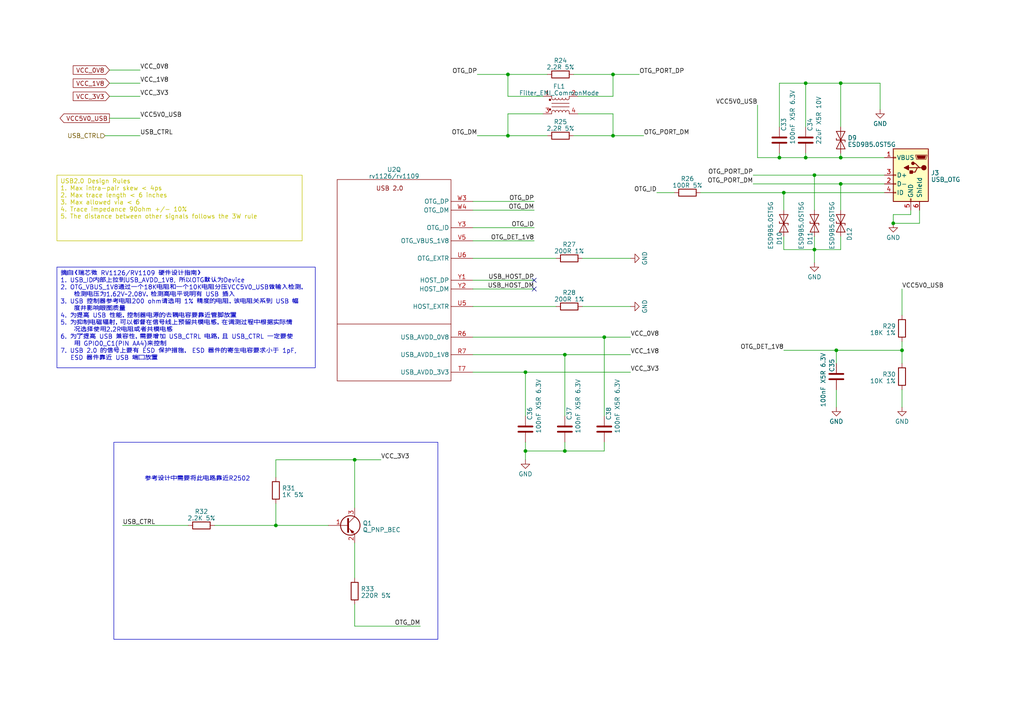
<source format=kicad_sch>
(kicad_sch (version 20230121) (generator eeschema)
  (paper "A4")
  (title_block (title "Leaf RV1126 RK809 USB OTG") (date "2023-02-25") (rev "1") (company "Qingdao IotPi Information Technology"))
  (junction (at 243.84 24.13))
  (junction (at 177.8 39.37))
  (junction (at 227.33 55.88))
  (junction (at 243.84 53.34))
  (junction (at 102.87 133.35))
  (junction (at 80.01 152.4))
  (junction (at 147.32 21.59))
  (junction (at 242.57 101.6))
  (junction (at 236.22 72.39))
  (junction (at 152.4 130.81))
  (junction (at 163.83 130.81))
  (junction (at 177.8 21.59))
  (junction (at 175.26 97.79))
  (junction (at 261.62 101.6))
  (junction (at 152.4 107.95))
  (junction (at 259.08 64.77))
  (junction (at 163.83 102.87))
  (junction (at 233.68 24.13))
  (junction (at 147.32 39.37))
  (junction (at 226.06 45.72))
  (junction (at 243.84 45.72))
  (junction (at 233.68 45.72))
  (junction (at 236.22 50.8))
  (no_connect (at 154.94 81.28))
  (no_connect (at 154.94 83.82))
  (wire (pts (xy 137.16 60.96) (xy 154.94 60.96)))
  (wire (pts (xy 137.16 107.95) (xy 152.4 107.95)))
  (wire (pts (xy 219.71 30.48) (xy 219.71 45.72)))
  (wire (pts (xy 163.83 130.81) (xy 163.83 128.27)))
  (wire (pts (xy 175.26 97.79) (xy 182.88 97.79)))
  (wire (pts (xy 242.57 113.03) (xy 242.57 118.11)))
  (wire (pts (xy 137.16 69.85) (xy 154.94 69.85)))
  (wire (pts (xy 152.4 130.81) (xy 152.4 133.35)))
  (wire (pts (xy 243.84 72.39) (xy 243.84 68.58)))
  (wire (pts (xy 163.83 102.87) (xy 163.83 120.65)))
  (wire (pts (xy 177.8 21.59) (xy 185.42 21.59)))
  (wire (pts (xy 102.87 133.35) (xy 80.01 133.35)))
  (wire (pts (xy 157.48 33.02) (xy 147.32 33.02)))
  (wire (pts (xy 147.32 21.59) (xy 158.75 21.59)))
  (wire (pts (xy 152.4 107.95) (xy 182.88 107.95)))
  (wire (pts (xy 138.43 21.59) (xy 147.32 21.59)))
  (wire (pts (xy 243.84 45.72) (xy 233.68 45.72)))
  (wire (pts (xy 147.32 27.94) (xy 147.32 21.59)))
  (wire (pts (xy 261.62 101.6) (xy 242.57 101.6)))
  (wire (pts (xy 137.16 83.82) (xy 154.94 83.82)))
  (wire (pts (xy 137.16 88.9) (xy 161.29 88.9)))
  (wire (pts (xy 102.87 157.48) (xy 102.87 167.64)))
  (wire (pts (xy 261.62 99.06) (xy 261.62 101.6)))
  (wire (pts (xy 203.2 55.88) (xy 227.33 55.88)))
  (wire (pts (xy 137.16 97.79) (xy 175.26 97.79)))
  (wire (pts (xy 167.64 27.94) (xy 177.8 27.94)))
  (wire (pts (xy 261.62 113.03) (xy 261.62 118.11)))
  (wire (pts (xy 152.4 128.27) (xy 152.4 130.81)))
  (wire (pts (xy 264.16 62.23) (xy 259.08 62.23)))
  (wire (pts (xy 242.57 101.6) (xy 242.57 105.41)))
  (wire (pts (xy 218.44 50.8) (xy 236.22 50.8)))
  (wire (pts (xy 80.01 146.05) (xy 80.01 152.4)))
  (wire (pts (xy 236.22 50.8) (xy 256.54 50.8)))
  (wire (pts (xy 266.7 60.96) (xy 266.7 64.77)))
  (wire (pts (xy 233.68 24.13) (xy 233.68 36.83)))
  (wire (pts (xy 243.84 53.34) (xy 256.54 53.34)))
  (wire (pts (xy 175.26 130.81) (xy 175.26 128.27)))
  (wire (pts (xy 261.62 101.6) (xy 261.62 105.41)))
  (wire (pts (xy 163.83 130.81) (xy 175.26 130.81)))
  (wire (pts (xy 102.87 175.26) (xy 102.87 181.61)))
  (wire (pts (xy 177.8 39.37) (xy 186.69 39.37)))
  (wire (pts (xy 31.75 34.29) (xy 40.64 34.29)))
  (wire (pts (xy 236.22 50.8) (xy 236.22 60.96)))
  (wire (pts (xy 152.4 107.95) (xy 152.4 120.65)))
  (wire (pts (xy 227.33 55.88) (xy 256.54 55.88)))
  (wire (pts (xy 233.68 45.72) (xy 233.68 44.45)))
  (wire (pts (xy 177.8 33.02) (xy 177.8 39.37)))
  (wire (pts (xy 167.64 33.02) (xy 177.8 33.02)))
  (wire (pts (xy 163.83 102.87) (xy 182.88 102.87)))
  (wire (pts (xy 243.84 53.34) (xy 243.84 60.96)))
  (wire (pts (xy 168.91 88.9) (xy 182.88 88.9)))
  (wire (pts (xy 255.27 24.13) (xy 255.27 31.75)))
  (wire (pts (xy 31.75 20.32) (xy 40.64 20.32)))
  (wire (pts (xy 243.84 45.72) (xy 243.84 44.45)))
  (wire (pts (xy 147.32 39.37) (xy 158.75 39.37)))
  (wire (pts (xy 175.26 97.79) (xy 175.26 120.65)))
  (wire (pts (xy 226.06 45.72) (xy 226.06 44.45)))
  (wire (pts (xy 166.37 21.59) (xy 177.8 21.59)))
  (wire (pts (xy 264.16 62.23) (xy 264.16 60.96)))
  (wire (pts (xy 259.08 62.23) (xy 259.08 64.77)))
  (wire (pts (xy 157.48 27.94) (xy 147.32 27.94)))
  (wire (pts (xy 152.4 130.81) (xy 163.83 130.81)))
  (wire (pts (xy 137.16 66.04) (xy 154.94 66.04)))
  (wire (pts (xy 227.33 68.58) (xy 227.33 72.39)))
  (wire (pts (xy 242.57 101.6) (xy 227.33 101.6)))
  (wire (pts (xy 80.01 133.35) (xy 80.01 138.43)))
  (wire (pts (xy 80.01 152.4) (xy 95.25 152.4)))
  (wire (pts (xy 177.8 27.94) (xy 177.8 21.59)))
  (wire (pts (xy 62.23 152.4) (xy 80.01 152.4)))
  (wire (pts (xy 243.84 24.13) (xy 255.27 24.13)))
  (wire (pts (xy 226.06 36.83) (xy 226.06 24.13)))
  (wire (pts (xy 227.33 55.88) (xy 227.33 60.96)))
  (wire (pts (xy 236.22 72.39) (xy 236.22 76.2)))
  (wire (pts (xy 226.06 24.13) (xy 233.68 24.13)))
  (wire (pts (xy 137.16 58.42) (xy 154.94 58.42)))
  (wire (pts (xy 31.75 27.94) (xy 40.64 27.94)))
  (wire (pts (xy 218.44 53.34) (xy 243.84 53.34)))
  (wire (pts (xy 236.22 72.39) (xy 243.84 72.39)))
  (wire (pts (xy 227.33 72.39) (xy 236.22 72.39)))
  (wire (pts (xy 190.5 55.88) (xy 195.58 55.88)))
  (wire (pts (xy 102.87 133.35) (xy 102.87 147.32)))
  (wire (pts (xy 137.16 102.87) (xy 163.83 102.87)))
  (wire (pts (xy 102.87 181.61) (xy 121.92 181.61)))
  (wire (pts (xy 166.37 39.37) (xy 177.8 39.37)))
  (wire (pts (xy 233.68 24.13) (xy 243.84 24.13)))
  (wire (pts (xy 35.56 152.4) (xy 54.61 152.4)))
  (wire (pts (xy 226.06 45.72) (xy 219.71 45.72)))
  (wire (pts (xy 147.32 33.02) (xy 147.32 39.37)))
  (wire (pts (xy 137.16 81.28) (xy 154.94 81.28)))
  (wire (pts (xy 110.49 133.35) (xy 102.87 133.35)))
  (wire (pts (xy 31.75 24.13) (xy 40.64 24.13)))
  (wire (pts (xy 256.54 45.72) (xy 243.84 45.72)))
  (wire (pts (xy 236.22 68.58) (xy 236.22 72.39)))
  (wire (pts (xy 233.68 45.72) (xy 226.06 45.72)))
  (wire (pts (xy 266.7 64.77) (xy 259.08 64.77)))
  (wire (pts (xy 168.91 74.93) (xy 182.88 74.93)))
  (wire (pts (xy 138.43 39.37) (xy 147.32 39.37)))
  (wire (pts (xy 261.62 83.82) (xy 261.62 91.44)))
  (wire (pts (xy 243.84 36.83) (xy 243.84 24.13)))
  (wire (pts (xy 137.16 74.93) (xy 161.29 74.93)))
  (wire (pts (xy 30.48 39.37) (xy 40.64 39.37)))
  (rectangle (start 33.02 128.27) (end 127 185.42))
  (text_box "USB2.0 Design Rules\n1. Max intra-pair skew < 4ps\n2. Max trace length < 6 inches\n3. Max allowed via < 6\n4. Trace impedance 90ohm +/- 10%\n5. The distance between other signals follows the 3W rule" (at 16.51 50.8 0) (size 71.12 19.05) (stroke (width 0) (color 194 194 0 1)) (effects (font (size 1.27 1.27)) (justify left top)))
  (text_box "摘自《瑞芯微 RV1126/RV1109 硬件设计指南》\n1. USB_ID内部上拉到USB_AVDD_1V8, 所以OTG默认为Device\n2. OTG_VBUS_1V8通过一个18K电阻和一个10K电阻分压VCC5V0_USB做输入检测，\n    检测电压为1.62V~2.08V，检测高电平说明有 USB 插入\n3. USB 控制器参考电阻200 ohm请选用 1% 精度的电阻，该电阻关系到 USB 幅\n    度并影响眼图质量\n4. 为提高 USB 性能，控制器电源的去耦电容要靠近管脚放置\n5. 为抑制电磁辐射，可以都督在信号线上预留共模电感，在调测过程中根据实际情\n    况选择使用2.2R电阻或者共模电感\n6. 为了提高 USB 兼容性，需要增加 USB_CTRL 电路，且 USB_CTRL 一定要使\n    用 GPIO0_C1(PIN AA4)来控制\n7. USB 2.0 的信号上要有 ESD 保护措施， ESD 器件的寄生电容要求小于 1pF,\n   ESD 器件靠近 USB 端口放置" (at 16.51 77.47 0) (size 74.93 29.21) (effects (font (size 1.27 1.27)) (justify left top)))
  (text "参考设计中需要将此电路靠近R2502" (at 41.91 139.7 0) (effects (font (size 1.27 1.27)) (justify left bottom)))
  (label "VCC_1V8" (at 182.88 102.87 0))
  (label "VCC_0V8" (at 40.64 20.32 0))
  (label "USB_HOST_DP" (at 154.94 81.28 180))
  (label "OTG_ID" (at 190.5 55.88 180))
  (label "OTG_PORT_DM" (at 186.69 39.37 0))
  (label "VCC_1V8" (at 40.64 24.13 0))
  (label "VCC5V0_USB" (at 261.62 83.82 0))
  (label "OTG_DET_1V8" (at 154.94 69.85 180))
  (label "VCC_0V8" (at 182.88 97.79 0))
  (label "OTG_PORT_DP" (at 218.44 50.8 180))
  (label "USB_CTRL" (at 40.64 39.37 0))
  (label "OTG_PORT_DP" (at 185.42 21.59 0))
  (label "OTG_PORT_DM" (at 218.44 53.34 180))
  (label "OTG_ID" (at 154.94 66.04 180))
  (label "VCC_3V3" (at 110.49 133.35 0))
  (label "OTG_DP" (at 154.94 58.42 180))
  (label "VCC_3V3" (at 40.64 27.94 0))
  (label "VCC5V0_USB" (at 40.64 34.29 0))
  (label "OTG_DP" (at 138.43 21.59 180))
  (label "VCC_3V3" (at 182.88 107.95 0))
  (label "USB_CTRL" (at 35.56 152.4 0))
  (label "OTG_DM" (at 121.92 181.61 180))
  (label "OTG_DET_1V8" (at 227.33 101.6 180))
  (label "OTG_DM" (at 138.43 39.37 180))
  (label "OTG_DM" (at 154.94 60.96 180))
  (label "VCC5V0_USB" (at 219.71 30.48 180))
  (label "USB_HOST_DM" (at 154.94 83.82 180))
  (global_label "VCC_1V8" (shape input) (at 31.75 24.13 180) (property "Intersheetrefs" "${INTERSHEET_REFS}" (effects hide)))
  (global_label "VCC_0V8" (shape input) (at 31.75 20.32 180) (property "Intersheetrefs" "${INTERSHEET_REFS}" (effects hide)))
  (global_label "VCC5V0_USB" (shape output) (at 31.75 34.29 180) (property "Intersheetrefs" "${INTERSHEET_REFS}" (effects hide)))
  (global_label "VCC_3V3" (shape input) (at 31.75 27.94 180) (property "Intersheetrefs" "${INTERSHEET_REFS}" (effects hide)))
  (hierarchical_label "USB_CTRL" (shape input) (at 30.48 39.37 180))
  (symbol (lib_id "Device:R") (at 58.42 152.4 270) (mirror x) (unit 1)
    (property "Reference" "R32" (at 58.42 148.3741 90))
    (property "Value" "2.2K 5%" (at 58.42 150.2951 90))
    (property "Footprint" "Resistor_SMD:R_0402_1005Metric" (effects hide))
    (property "Description" "阻值: 2.2kΩ 精度: ±5% 功率: 0.0625W 温度系数: ±100ppm/℃" (effects hide))
    (property "LCSC" "C966701" (effects hide))
    (property "Model" "CQ02WGJ0222TCE" (effects hide))
    (property "Vendor" "UNI-ROYAL(厚声)" (effects hide))
  )
  (symbol (lib_id "Device:C") (at 163.83 124.46 0) (unit 1)
    (property "Reference" "C37" (at 165.1 121.92 90) (effects (justify left)))
    (property "Value" "100nF X5R 6.3V" (at 167.64 125.73 90) (effects (justify left)))
    (property "Footprint" "Capacitor_SMD:C_0201_0603Metric" (effects hide))
    (property "Description" "容值: 100nF 精度: ±10% 额定电压: 6.3V 材质(温度系数): X5R 材质:X5R" (effects hide))
    (property "Model" "GRM033R60J104KE19D" (effects hide))
    (property "Vendor" "muRata(村田)" (effects hide))
    (property "LCSC" "C76928" (effects hide))
  )
  (symbol (lib_id "power:GND") (at 236.22 76.2 0) (mirror y) (unit 1)
    (property "Reference" "#PWR044" (effects hide))
    (property "Value" "GND" (at 236.22 80.3355 0))
  )
  (symbol (lib_id "power:GND") (at 152.4 133.35 0) (unit 1)
    (property "Reference" "#PWR048" (effects hide))
    (property "Value" "GND" (at 152.4 137.4855 0))
  )
  (symbol (lib_id "Device:Filter_EMI_CommonMode") (at 162.56 30.48 0) (unit 1)
    (property "Reference" "FL1" (at 162.179 25.0571 0))
    (property "Value" "Filter_EMI_CommonMode" (at 162.179 26.9781 0))
    (property "Footprint" "Inductor_SMD:L_CommonModeChoke_Coilcraft_0603USB" (effects hide))
  )
  (symbol (lib_id "Device:C") (at 242.57 109.22 0) (mirror y) (unit 1)
    (property "Reference" "C35" (at 241.3 107.95 90) (effects (justify left)))
    (property "Value" "100nF X5R 6.3V" (at 238.76 118.11 90) (effects (justify left)))
    (property "Footprint" "Capacitor_SMD:C_0201_0603Metric" (effects hide))
    (property "Description" "容值: 100nF 精度: ±10% 额定电压: 6.3V 材质(温度系数): X5R 材质:X5R" (effects hide))
    (property "LCSC" "C76928" (effects hide))
    (property "Model" "GRM033R60J104KE19D" (effects hide))
    (property "Vendor" "muRata(村田)" (effects hide))
  )
  (symbol (lib_id "Device:R") (at 261.62 109.22 0) (mirror x) (unit 1)
    (property "Reference" "R30" (at 259.842 108.5763 0) (effects (justify right)))
    (property "Value" "10K 1%" (at 259.842 110.4973 0) (effects (justify right)))
    (property "Footprint" "Resistor_SMD:R_0402_1005Metric" (effects hide))
  )
  (symbol (lib_id "power:GND") (at 242.57 118.11 0) (unit 1)
    (property "Reference" "#PWR046" (effects hide))
    (property "Value" "GND" (at 242.57 122.2455 0))
  )
  (symbol (lib_id "Diode:ESD9B5.0ST5G") (at 243.84 64.77 270) (unit 1)
    (property "Reference" "D12" (at 246.38 69.85 0) (effects (justify right)))
    (property "Value" "ESD9B5.0ST5G" (at 241.3 72.39 0) (effects (justify right)))
    (property "Footprint" "Diode_SMD:D_SOD-923" (effects hide))
    (property "Datasheet" "https://www.onsemi.com/pub/Collateral/ESD9B-D.PDF" (effects hide))
  )
  (symbol (lib_id "power:GND") (at 261.62 118.11 0) (unit 1)
    (property "Reference" "#PWR047" (effects hide))
    (property "Value" "GND" (at 261.62 122.2455 0))
  )
  (symbol (lib_id "Device:R") (at 165.1 74.93 90) (unit 1)
    (property "Reference" "R27" (at 165.1 70.9041 90))
    (property "Value" "200R 1%" (at 165.1 72.8251 90))
    (property "Footprint" "Resistor_SMD:R_0402_1005Metric" (effects hide))
  )
  (symbol (lib_id "power:GND") (at 182.88 74.93 90) (mirror x) (unit 1)
    (property "Reference" "#PWR043" (effects hide))
    (property "Value" "GND" (at 187.0155 74.93 0))
  )
  (symbol (lib_id "Connector:USB_OTG") (at 264.16 50.8 0) (mirror y) (unit 1)
    (property "Reference" "J3" (at 270.002 50.1563 0) (effects (justify right)))
    (property "Value" "USB_OTG" (at 270.002 52.0773 0) (effects (justify right)))
    (property "Footprint" "Connector_USB:USB_Micro-B_Amphenol_10118194_Horizontal" (effects hide))
    (property "Datasheet" " ~" (effects hide))
  )
  (symbol (lib_id "Device:C") (at 152.4 124.46 0) (unit 1)
    (property "Reference" "C36" (at 153.67 121.92 90) (effects (justify left)))
    (property "Value" "100nF X5R 6.3V" (at 156.21 125.73 90) (effects (justify left)))
    (property "Footprint" "Capacitor_SMD:C_0201_0603Metric" (effects hide))
    (property "Description" "容值: 100nF 精度: ±10% 额定电压: 6.3V 材质(温度系数): X5R 材质:X5R" (effects hide))
    (property "Model" "GRM033R60J104KE19D" (effects hide))
    (property "Vendor" "muRata(村田)" (effects hide))
    (property "LCSC" "C76928" (effects hide))
  )
  (symbol (lib_id "Device:R") (at 199.39 55.88 90) (unit 1)
    (property "Reference" "R26" (at 199.39 51.8541 90))
    (property "Value" "100R 5%" (at 199.39 53.7751 90))
    (property "Footprint" "Resistor_SMD:R_0402_1005Metric" (effects hide))
    (property "Description" "电阻类型: 厚膜电阻 阻值: 100Ω 精度: ±5% 功率: 1/16W 温度系数: ±100ppm/℃ 最大工作电压: 50V 工作温度" (effects hide))
    (property "LCSC" "C25138" (effects hide))
    (property "Model" "0402WGJ0101TCE" (effects hide))
    (property "Vendor" "UNI-ROYAL(厚声)" (effects hide))
  )
  (symbol (lib_id "Device:R") (at 102.87 171.45 0) (mirror y) (unit 1)
    (property "Reference" "R33" (at 104.648 170.8063 0) (effects (justify right)))
    (property "Value" "220R 5%" (at 104.648 172.7273 0) (effects (justify right)))
    (property "Footprint" "Resistor_SMD:R_0402_1005Metric" (effects hide))
  )
  (symbol (lib_id "Device:R") (at 162.56 39.37 90) (unit 1)
    (property "Reference" "R25" (at 162.56 35.3441 90))
    (property "Value" "2.2R 5%" (at 162.56 37.2651 90))
    (property "Footprint" "Resistor_SMD:R_0603_1608Metric" (effects hide))
  )
  (symbol (lib_id "Device:R") (at 261.62 95.25 0) (mirror x) (unit 1)
    (property "Reference" "R29" (at 259.842 94.6063 0) (effects (justify right)))
    (property "Value" "18K 1%" (at 259.842 96.5273 0) (effects (justify right)))
    (property "Footprint" "Resistor_SMD:R_0402_1005Metric" (effects hide))
  )
  (symbol (lib_id "Device:C") (at 226.06 40.64 0) (unit 1)
    (property "Reference" "C33" (at 227.33 38.1 90) (effects (justify left)))
    (property "Value" "100nF X5R 6.3V" (at 229.87 41.91 90) (effects (justify left)))
    (property "Footprint" "Capacitor_SMD:C_0201_0603Metric" (effects hide))
    (property "Description" "容值: 100nF 精度: ±10% 额定电压: 6.3V 材质(温度系数): X5R 材质:X5R" (effects hide))
    (property "Model" "GRM033R60J104KE19D" (effects hide))
    (property "Vendor" "muRata(村田)" (effects hide))
    (property "LCSC" "C76928" (effects hide))
  )
  (symbol (lib_id "power:GND") (at 255.27 31.75 0) (unit 1)
    (property "Reference" "#PWR041" (effects hide))
    (property "Value" "GND" (at 255.27 35.8855 0))
  )
  (symbol (lib_id "Diode:ESD9B5.0ST5G") (at 243.84 40.64 90) (unit 1)
    (property "Reference" "D9" (at 245.8466 39.9963 90) (effects (justify right)))
    (property "Value" "ESD9B5.0ST5G" (at 245.8466 41.9173 90) (effects (justify right)))
    (property "Footprint" "Diode_SMD:D_SOD-923" (effects hide))
    (property "Datasheet" "https://www.onsemi.com/pub/Collateral/ESD9B-D.PDF" (effects hide))
  )
  (symbol (lib_id "power:GND") (at 259.08 64.77 0) (unit 1)
    (property "Reference" "#PWR042" (effects hide))
    (property "Value" "GND" (at 259.08 68.9055 0))
  )
  (symbol (lib_id "Diode:ESD9B5.0ST5G") (at 227.33 64.77 270) (unit 1)
    (property "Reference" "D10" (at 226.06 71.12 0) (effects (justify right)))
    (property "Value" "ESD9B5.0ST5G" (at 223.52 72.39 0) (effects (justify right)))
    (property "Footprint" "Diode_SMD:D_SOD-923" (effects hide))
    (property "Datasheet" "https://www.onsemi.com/pub/Collateral/ESD9B-D.PDF" (effects hide))
  )
  (symbol (lib_id "Device:C") (at 233.68 40.64 0) (unit 1)
    (property "Reference" "C34" (at 234.95 38.1 90) (effects (justify left)))
    (property "Value" "22uF X5R 10V" (at 237.49 41.91 90) (effects (justify left)))
    (property "Footprint" "Capacitor_SMD:C_0603_1608Metric" (effects hide))
    (property "Description" "容值: 22uF 精度: ±20% 额定电压: 10V 材质(温度系数): X5R 材质：X5R" (effects hide))
    (property "LCSC" "C162690" (effects hide))
    (property "Model" "ZRB18AR61A226ME01L" (effects hide))
    (property "Vendor" "muRata(村田)" (effects hide))
  )
  (symbol (lib_id "Device:R") (at 165.1 88.9 90) (unit 1)
    (property "Reference" "R28" (at 165.1 84.8741 90))
    (property "Value" "200R 1%" (at 165.1 86.7951 90))
    (property "Footprint" "Resistor_SMD:R_0402_1005Metric" (effects hide))
  )
  (symbol (lib_id "CPU_Rockchip:rv1126_rv1109") (at 114.3 77.47 0) (unit 17)
    (property "Reference" "U2" (at 114.3 49.1871 0))
    (property "Value" "rv1126/rv1109" (at 114.3 51.1081 0))
    (property "Footprint" "Rockchip_SoC:Rockchip_RV1126_FCCSP409LD_14.0x14.0mm" (effects hide))
  )
  (symbol (lib_id "Diode:ESD9B5.0ST5G") (at 236.22 64.77 270) (unit 1)
    (property "Reference" "D11" (at 234.95 71.12 0) (effects (justify right)))
    (property "Value" "ESD9B5.0ST5G" (at 232.41 72.39 0) (effects (justify right)))
    (property "Footprint" "Diode_SMD:D_SOD-923" (effects hide))
    (property "Datasheet" "https://www.onsemi.com/pub/Collateral/ESD9B-D.PDF" (effects hide))
  )
  (symbol (lib_id "Device:C") (at 175.26 124.46 0) (unit 1)
    (property "Reference" "C38" (at 176.53 121.92 90) (effects (justify left)))
    (property "Value" "100nF X5R 6.3V" (at 179.07 125.73 90) (effects (justify left)))
    (property "Footprint" "Capacitor_SMD:C_0201_0603Metric" (effects hide))
    (property "Description" "容值: 100nF 精度: ±10% 额定电压: 6.3V 材质(温度系数): X5R 材质:X5R" (effects hide))
    (property "Model" "GRM033R60J104KE19D" (effects hide))
    (property "Vendor" "muRata(村田)" (effects hide))
    (property "LCSC" "C76928" (effects hide))
  )
  (symbol (lib_id "Device:R") (at 80.01 142.24 0) (mirror y) (unit 1)
    (property "Reference" "R31" (at 81.788 141.5963 0) (effects (justify right)))
    (property "Value" "1K 5%" (at 81.788 143.5173 0) (effects (justify right)))
    (property "Footprint" "Resistor_SMD:R_0402_1005Metric" (effects hide))
  )
  (symbol (lib_id "Device:R") (at 162.56 21.59 90) (unit 1)
    (property "Reference" "R24" (at 162.56 17.5641 90))
    (property "Value" "2.2R 5%" (at 162.56 19.4851 90))
    (property "Footprint" "Resistor_SMD:R_0603_1608Metric" (effects hide))
  )
  (symbol (lib_id "power:GND") (at 182.88 88.9 90) (mirror x) (unit 1)
    (property "Reference" "#PWR045" (effects hide))
    (property "Value" "GND" (at 187.0155 88.9 0))
  )
  (symbol (lib_id "Device:Q_PNP_BEC") (at 100.33 152.4 0) (unit 1)
    (property "Reference" "Q1" (at 105.1814 151.7563 0) (effects (justify left)))
    (property "Value" "Q_PNP_BEC" (at 105.1814 153.6773 0) (effects (justify left)))
    (property "Footprint" "Package_TO_SOT_SMD:SOT-23" (effects hide))
  )
)
</source>
